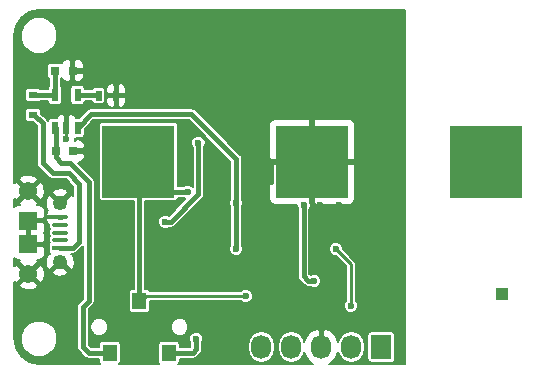
<source format=gbl>
G04 #@! TF.FileFunction,Copper,L2,Bot,Signal*
%FSLAX46Y46*%
G04 Gerber Fmt 4.6, Leading zero omitted, Abs format (unit mm)*
G04 Created by KiCad (PCBNEW 4.0.2+dfsg1-stable) date Sun 14 May 2017 07:45:38 PM MDT*
%MOMM*%
G01*
G04 APERTURE LIST*
%ADD10C,0.100000*%
%ADD11R,6.096000X6.096000*%
%ADD12R,1.200000X1.400000*%
%ADD13R,1.550000X1.500000*%
%ADD14R,1.350000X0.400000*%
%ADD15O,1.350000X0.400000*%
%ADD16C,1.250000*%
%ADD17C,1.550000*%
%ADD18R,0.800000X0.750000*%
%ADD19R,0.800000X0.600000*%
%ADD20R,0.600000X1.100000*%
%ADD21R,1.727200X2.032000*%
%ADD22O,1.727200X2.032000*%
%ADD23R,0.500000X0.900000*%
%ADD24R,1.000000X1.000000*%
%ADD25C,0.600000*%
%ADD26C,0.250000*%
%ADD27C,0.400000*%
%ADD28C,0.200000*%
G04 APERTURE END LIST*
D10*
D11*
X198864000Y-104600000D03*
X184132000Y-104600000D03*
X169400000Y-104600000D03*
D12*
X172000000Y-120800000D03*
X167000000Y-120800000D03*
X169500000Y-116400000D03*
D13*
X160100000Y-109600000D03*
D14*
X162800000Y-111900000D03*
D15*
X162800000Y-111250000D03*
X162800000Y-110600000D03*
X162800000Y-109950000D03*
X162800000Y-109300000D03*
D16*
X162800000Y-113100000D03*
X162800000Y-108100000D03*
D17*
X160100000Y-114100000D03*
X160100000Y-107100000D03*
D13*
X160100000Y-111600000D03*
D18*
X162350000Y-96900000D03*
X163850000Y-96900000D03*
D19*
X160500000Y-98950000D03*
X160500000Y-100650000D03*
D20*
X164258252Y-101749617D03*
X163308252Y-101749617D03*
X162358252Y-101749617D03*
X162358252Y-98949617D03*
X164258252Y-98949617D03*
D21*
X189980000Y-120300000D03*
D22*
X187440000Y-120300000D03*
X184900000Y-120300000D03*
X182360000Y-120300000D03*
X179820000Y-120300000D03*
D18*
X162400000Y-103700000D03*
X163900000Y-103700000D03*
D23*
X166050000Y-99000000D03*
X167550000Y-99000000D03*
D24*
X200200000Y-115800000D03*
D25*
X173600000Y-107200000D03*
X178500000Y-116000000D03*
X167500000Y-97900000D03*
X164900000Y-96900000D03*
X163300000Y-102700000D03*
X164800000Y-103700000D03*
X186400000Y-108274990D03*
X184800000Y-108274990D03*
X187700000Y-104600000D03*
X180600000Y-106300000D03*
X184100000Y-101000000D03*
X182300000Y-117300000D03*
X182300000Y-115700000D03*
X176000000Y-118400000D03*
X172600000Y-111400000D03*
X171700000Y-109700000D03*
X183400000Y-108274990D03*
X184300000Y-114700000D03*
X174500000Y-103000000D03*
X177700000Y-108100000D03*
X177700000Y-112000000D03*
X174300000Y-119600000D03*
X187400000Y-116800000D03*
X186112421Y-112000000D03*
D26*
X178200000Y-116000000D02*
X178500000Y-116000000D01*
X178200000Y-116000000D02*
X170100000Y-116000000D01*
X170100000Y-116000000D02*
X169500000Y-116600000D01*
X169500000Y-116600000D02*
X169500000Y-116700000D01*
D27*
X173600000Y-107200000D02*
X171868000Y-107200000D01*
X171868000Y-107200000D02*
X169168000Y-104500000D01*
X169500000Y-116700000D02*
X169500000Y-104832000D01*
X169500000Y-104832000D02*
X169168000Y-104500000D01*
X167550000Y-99000000D02*
X167550000Y-97950000D01*
X167550000Y-97950000D02*
X167500000Y-97900000D01*
X163850000Y-96900000D02*
X164900000Y-96900000D01*
D26*
X163308252Y-101749617D02*
X163308252Y-102691748D01*
X163308252Y-102691748D02*
X163300000Y-102700000D01*
X163900000Y-103700000D02*
X164800000Y-103700000D01*
D27*
X184132000Y-104600000D02*
X187700000Y-104600000D01*
X184132000Y-104600000D02*
X180684000Y-104600000D01*
X180684000Y-104600000D02*
X180600000Y-104684000D01*
X180600000Y-104684000D02*
X180600000Y-106300000D01*
X184132000Y-104600000D02*
X184132000Y-101032000D01*
X184132000Y-101032000D02*
X184100000Y-101000000D01*
X174500000Y-107336002D02*
X172136002Y-109700000D01*
X172136002Y-109700000D02*
X171700000Y-109700000D01*
X174500000Y-107336002D02*
X174500000Y-103424264D01*
X174500000Y-103424264D02*
X174500000Y-103000000D01*
X183800000Y-114700000D02*
X183400000Y-114300000D01*
X183400000Y-114300000D02*
X183400000Y-108274990D01*
X184300000Y-114700000D02*
X183800000Y-114700000D01*
X160500000Y-98950000D02*
X162357869Y-98950000D01*
X162357869Y-98950000D02*
X162358252Y-98949617D01*
X162350000Y-96900000D02*
X162350000Y-98941365D01*
X162350000Y-98941365D02*
X162358252Y-98949617D01*
X162400000Y-103700000D02*
X162400000Y-104200000D01*
X162400000Y-104200000D02*
X162900000Y-104700000D01*
X165200000Y-106300000D02*
X165200000Y-116400000D01*
X162900000Y-104700000D02*
X163600000Y-104700000D01*
X163600000Y-104700000D02*
X165200000Y-106300000D01*
X165200000Y-116400000D02*
X164700000Y-116900000D01*
X164700000Y-116900000D02*
X164700000Y-120300000D01*
X164700000Y-120300000D02*
X165200000Y-120800000D01*
X165200000Y-120800000D02*
X166700000Y-120800000D01*
X166700000Y-120800000D02*
X167000000Y-121100000D01*
X162400000Y-103700000D02*
X162400000Y-101791365D01*
X162400000Y-101791365D02*
X162358252Y-101749617D01*
X162800000Y-111900000D02*
X163875000Y-111900000D01*
X163875000Y-111900000D02*
X164400000Y-111375000D01*
X164400000Y-111375000D02*
X164400000Y-106500000D01*
X164400000Y-106500000D02*
X163500000Y-105600000D01*
X163500000Y-105600000D02*
X162200000Y-105600000D01*
X161300000Y-104700000D02*
X161300000Y-101350000D01*
X162200000Y-105600000D02*
X161300000Y-104700000D01*
X161300000Y-101350000D02*
X160600000Y-100650000D01*
X160600000Y-100650000D02*
X160500000Y-100650000D01*
X177700000Y-108100000D02*
X177700000Y-104400000D01*
X177700000Y-104400000D02*
X173900000Y-100600000D01*
X165400000Y-100600000D02*
X164258252Y-101741748D01*
X173900000Y-100600000D02*
X165400000Y-100600000D01*
X164258252Y-101741748D02*
X164258252Y-101749617D01*
X177700000Y-112000000D02*
X177700000Y-108100000D01*
X174300000Y-119600000D02*
X174300000Y-120500000D01*
X174300000Y-120500000D02*
X174000000Y-120800000D01*
X174000000Y-120800000D02*
X172000000Y-120800000D01*
X172300000Y-121100000D02*
X172000000Y-120800000D01*
D26*
X187400000Y-113287579D02*
X187400000Y-116800000D01*
X187400000Y-113287579D02*
X186112421Y-112000000D01*
D27*
X164258252Y-98949617D02*
X165999617Y-98949617D01*
X165999617Y-98949617D02*
X166050000Y-99000000D01*
D28*
G36*
X192000000Y-121725000D02*
X185573746Y-121725000D01*
X185762297Y-121635167D01*
X186149284Y-121215147D01*
X186326796Y-120731538D01*
X186364974Y-120923472D01*
X186617211Y-121300971D01*
X186994710Y-121553208D01*
X187440000Y-121641782D01*
X187885290Y-121553208D01*
X188262789Y-121300971D01*
X188515026Y-120923472D01*
X188603600Y-120478182D01*
X188603600Y-120121818D01*
X188515026Y-119676528D01*
X188262789Y-119299029D01*
X188240297Y-119284000D01*
X188810523Y-119284000D01*
X188810523Y-121316000D01*
X188831442Y-121427173D01*
X188897145Y-121529279D01*
X188997397Y-121597778D01*
X189116400Y-121621877D01*
X190843600Y-121621877D01*
X190954773Y-121600958D01*
X191056879Y-121535255D01*
X191125378Y-121435003D01*
X191149477Y-121316000D01*
X191149477Y-119284000D01*
X191128558Y-119172827D01*
X191062855Y-119070721D01*
X190962603Y-119002222D01*
X190843600Y-118978123D01*
X189116400Y-118978123D01*
X189005227Y-118999042D01*
X188903121Y-119064745D01*
X188834622Y-119164997D01*
X188810523Y-119284000D01*
X188240297Y-119284000D01*
X187885290Y-119046792D01*
X187440000Y-118958218D01*
X186994710Y-119046792D01*
X186617211Y-119299029D01*
X186364974Y-119676528D01*
X186326796Y-119868462D01*
X186149284Y-119384853D01*
X185762297Y-118964833D01*
X185275905Y-118733097D01*
X185050000Y-118842592D01*
X185050000Y-120150000D01*
X185070000Y-120150000D01*
X185070000Y-120450000D01*
X185050000Y-120450000D01*
X185050000Y-120470000D01*
X184750000Y-120470000D01*
X184750000Y-120450000D01*
X184730000Y-120450000D01*
X184730000Y-120150000D01*
X184750000Y-120150000D01*
X184750000Y-118842592D01*
X184524095Y-118733097D01*
X184037703Y-118964833D01*
X183650716Y-119384853D01*
X183473204Y-119868462D01*
X183435026Y-119676528D01*
X183182789Y-119299029D01*
X182805290Y-119046792D01*
X182360000Y-118958218D01*
X181914710Y-119046792D01*
X181537211Y-119299029D01*
X181284974Y-119676528D01*
X181196400Y-120121818D01*
X181196400Y-120478182D01*
X181284974Y-120923472D01*
X181537211Y-121300971D01*
X181914710Y-121553208D01*
X182360000Y-121641782D01*
X182805290Y-121553208D01*
X183182789Y-121300971D01*
X183435026Y-120923472D01*
X183473204Y-120731538D01*
X183650716Y-121215147D01*
X184037703Y-121635167D01*
X184226254Y-121725000D01*
X172804351Y-121725000D01*
X172813279Y-121719255D01*
X172881778Y-121619003D01*
X172905877Y-121500000D01*
X172905877Y-121300000D01*
X174000000Y-121300000D01*
X174191342Y-121261940D01*
X174353553Y-121153553D01*
X174653553Y-120853553D01*
X174761940Y-120691342D01*
X174764394Y-120679006D01*
X174800000Y-120500000D01*
X174800000Y-120121818D01*
X178656400Y-120121818D01*
X178656400Y-120478182D01*
X178744974Y-120923472D01*
X178997211Y-121300971D01*
X179374710Y-121553208D01*
X179820000Y-121641782D01*
X180265290Y-121553208D01*
X180642789Y-121300971D01*
X180895026Y-120923472D01*
X180983600Y-120478182D01*
X180983600Y-120121818D01*
X180895026Y-119676528D01*
X180642789Y-119299029D01*
X180265290Y-119046792D01*
X179820000Y-118958218D01*
X179374710Y-119046792D01*
X178997211Y-119299029D01*
X178744974Y-119676528D01*
X178656400Y-120121818D01*
X174800000Y-120121818D01*
X174800000Y-119948661D01*
X174808359Y-119940317D01*
X174899896Y-119719871D01*
X174900104Y-119481176D01*
X174808952Y-119260571D01*
X174640317Y-119091641D01*
X174419871Y-119000104D01*
X174181176Y-118999896D01*
X173960571Y-119091048D01*
X173791641Y-119259683D01*
X173700104Y-119480129D01*
X173699896Y-119718824D01*
X173791048Y-119939429D01*
X173800000Y-119948397D01*
X173800000Y-120292894D01*
X173792894Y-120300000D01*
X172905877Y-120300000D01*
X172905877Y-120100000D01*
X172884958Y-119988827D01*
X172819255Y-119886721D01*
X172719003Y-119818222D01*
X172600000Y-119794123D01*
X171400000Y-119794123D01*
X171288827Y-119815042D01*
X171186721Y-119880745D01*
X171118222Y-119980997D01*
X171094123Y-120100000D01*
X171094123Y-121500000D01*
X171115042Y-121611173D01*
X171180745Y-121713279D01*
X171197899Y-121725000D01*
X167804351Y-121725000D01*
X167813279Y-121719255D01*
X167881778Y-121619003D01*
X167905877Y-121500000D01*
X167905877Y-120100000D01*
X167884958Y-119988827D01*
X167819255Y-119886721D01*
X167719003Y-119818222D01*
X167600000Y-119794123D01*
X166400000Y-119794123D01*
X166288827Y-119815042D01*
X166186721Y-119880745D01*
X166118222Y-119980997D01*
X166094123Y-120100000D01*
X166094123Y-120300000D01*
X165407107Y-120300000D01*
X165200000Y-120092894D01*
X165200000Y-118748530D01*
X165349870Y-118748530D01*
X165463811Y-119024286D01*
X165674605Y-119235448D01*
X165950161Y-119349869D01*
X166248530Y-119350130D01*
X166524286Y-119236189D01*
X166735448Y-119025395D01*
X166849869Y-118749839D01*
X166849870Y-118748530D01*
X172149870Y-118748530D01*
X172263811Y-119024286D01*
X172474605Y-119235448D01*
X172750161Y-119349869D01*
X173048530Y-119350130D01*
X173324286Y-119236189D01*
X173535448Y-119025395D01*
X173649869Y-118749839D01*
X173650130Y-118451470D01*
X173536189Y-118175714D01*
X173325395Y-117964552D01*
X173049839Y-117850131D01*
X172751470Y-117849870D01*
X172475714Y-117963811D01*
X172264552Y-118174605D01*
X172150131Y-118450161D01*
X172149870Y-118748530D01*
X166849870Y-118748530D01*
X166850130Y-118451470D01*
X166736189Y-118175714D01*
X166525395Y-117964552D01*
X166249839Y-117850131D01*
X165951470Y-117849870D01*
X165675714Y-117963811D01*
X165464552Y-118174605D01*
X165350131Y-118450161D01*
X165349870Y-118748530D01*
X165200000Y-118748530D01*
X165200000Y-117107106D01*
X165553554Y-116753553D01*
X165661940Y-116591342D01*
X165700000Y-116400000D01*
X165700000Y-106300000D01*
X165661940Y-106108658D01*
X165618526Y-106043686D01*
X165553554Y-105946447D01*
X164282106Y-104675000D01*
X164419347Y-104675000D01*
X164639872Y-104583656D01*
X164808655Y-104414873D01*
X164900000Y-104194348D01*
X164900000Y-104000000D01*
X164750000Y-103850000D01*
X164050000Y-103850000D01*
X164050000Y-103870000D01*
X163750000Y-103870000D01*
X163750000Y-103850000D01*
X163730000Y-103850000D01*
X163730000Y-103550000D01*
X163750000Y-103550000D01*
X163750000Y-103530000D01*
X164050000Y-103530000D01*
X164050000Y-103550000D01*
X164750000Y-103550000D01*
X164900000Y-103400000D01*
X164900000Y-103205652D01*
X164808655Y-102985127D01*
X164639872Y-102816344D01*
X164419347Y-102725000D01*
X164200000Y-102725000D01*
X164050002Y-102874998D01*
X164050002Y-102725000D01*
X164031397Y-102725000D01*
X164116908Y-102639489D01*
X164130989Y-102605494D01*
X164558252Y-102605494D01*
X164669425Y-102584575D01*
X164771531Y-102518872D01*
X164840030Y-102418620D01*
X164864129Y-102299617D01*
X164864129Y-101842977D01*
X165155106Y-101552000D01*
X166046123Y-101552000D01*
X166046123Y-107648000D01*
X166067042Y-107759173D01*
X166132745Y-107861279D01*
X166232997Y-107929778D01*
X166352000Y-107953877D01*
X169000000Y-107953877D01*
X169000000Y-115394123D01*
X168900000Y-115394123D01*
X168788827Y-115415042D01*
X168686721Y-115480745D01*
X168618222Y-115580997D01*
X168594123Y-115700000D01*
X168594123Y-117100000D01*
X168615042Y-117211173D01*
X168680745Y-117313279D01*
X168780997Y-117381778D01*
X168900000Y-117405877D01*
X170100000Y-117405877D01*
X170211173Y-117384958D01*
X170313279Y-117319255D01*
X170381778Y-117219003D01*
X170405877Y-117100000D01*
X170405877Y-116425000D01*
X178076470Y-116425000D01*
X178159683Y-116508359D01*
X178380129Y-116599896D01*
X178618824Y-116600104D01*
X178839429Y-116508952D01*
X179008359Y-116340317D01*
X179099896Y-116119871D01*
X179100104Y-115881176D01*
X179008952Y-115660571D01*
X178840317Y-115491641D01*
X178619871Y-115400104D01*
X178381176Y-115399896D01*
X178160571Y-115491048D01*
X178076472Y-115575000D01*
X170376061Y-115575000D01*
X170319255Y-115486721D01*
X170219003Y-115418222D01*
X170100000Y-115394123D01*
X170000000Y-115394123D01*
X170000000Y-107953877D01*
X172448000Y-107953877D01*
X172559173Y-107932958D01*
X172661279Y-107867255D01*
X172729778Y-107767003D01*
X172743347Y-107700000D01*
X173251339Y-107700000D01*
X173259683Y-107708359D01*
X173373342Y-107755554D01*
X171967494Y-109161402D01*
X171819871Y-109100104D01*
X171581176Y-109099896D01*
X171360571Y-109191048D01*
X171191641Y-109359683D01*
X171100104Y-109580129D01*
X171099896Y-109818824D01*
X171191048Y-110039429D01*
X171359683Y-110208359D01*
X171580129Y-110299896D01*
X171818824Y-110300104D01*
X172039429Y-110208952D01*
X172048397Y-110200000D01*
X172136002Y-110200000D01*
X172327344Y-110161940D01*
X172489555Y-110053553D01*
X174853553Y-107689555D01*
X174961940Y-107527344D01*
X174974101Y-107466206D01*
X175000000Y-107336002D01*
X175000000Y-103348661D01*
X175008359Y-103340317D01*
X175099896Y-103119871D01*
X175100104Y-102881176D01*
X175008952Y-102660571D01*
X174840317Y-102491641D01*
X174619871Y-102400104D01*
X174381176Y-102399896D01*
X174160571Y-102491048D01*
X173991641Y-102659683D01*
X173900104Y-102880129D01*
X173899896Y-103118824D01*
X173991048Y-103339429D01*
X174000000Y-103348397D01*
X174000000Y-106751428D01*
X173940317Y-106691641D01*
X173719871Y-106600104D01*
X173481176Y-106599896D01*
X173260571Y-106691048D01*
X173251603Y-106700000D01*
X172753877Y-106700000D01*
X172753877Y-101552000D01*
X172732958Y-101440827D01*
X172667255Y-101338721D01*
X172567003Y-101270222D01*
X172448000Y-101246123D01*
X166352000Y-101246123D01*
X166240827Y-101267042D01*
X166138721Y-101332745D01*
X166070222Y-101432997D01*
X166046123Y-101552000D01*
X165155106Y-101552000D01*
X165607107Y-101100000D01*
X173692894Y-101100000D01*
X177200000Y-104607107D01*
X177200000Y-107751339D01*
X177191641Y-107759683D01*
X177100104Y-107980129D01*
X177099896Y-108218824D01*
X177191048Y-108439429D01*
X177200000Y-108448397D01*
X177200000Y-111651339D01*
X177191641Y-111659683D01*
X177100104Y-111880129D01*
X177099896Y-112118824D01*
X177191048Y-112339429D01*
X177359683Y-112508359D01*
X177580129Y-112599896D01*
X177818824Y-112600104D01*
X178039429Y-112508952D01*
X178208359Y-112340317D01*
X178299896Y-112119871D01*
X178300104Y-111881176D01*
X178208952Y-111660571D01*
X178200000Y-111651603D01*
X178200000Y-108448661D01*
X178208359Y-108440317D01*
X178299896Y-108219871D01*
X178300104Y-107981176D01*
X178208952Y-107760571D01*
X178200000Y-107751603D01*
X178200000Y-104900000D01*
X180484000Y-104900000D01*
X180484000Y-107767348D01*
X180575345Y-107987873D01*
X180744128Y-108156656D01*
X180964653Y-108248000D01*
X182800023Y-108248000D01*
X182799896Y-108393814D01*
X182891048Y-108614419D01*
X182900000Y-108623387D01*
X182900000Y-114300000D01*
X182933060Y-114466206D01*
X182938060Y-114491342D01*
X183046447Y-114653553D01*
X183446446Y-115053553D01*
X183493423Y-115084942D01*
X183608658Y-115161940D01*
X183800000Y-115200000D01*
X183951339Y-115200000D01*
X183959683Y-115208359D01*
X184180129Y-115299896D01*
X184418824Y-115300104D01*
X184639429Y-115208952D01*
X184808359Y-115040317D01*
X184899896Y-114819871D01*
X184900104Y-114581176D01*
X184808952Y-114360571D01*
X184640317Y-114191641D01*
X184419871Y-114100104D01*
X184181176Y-114099896D01*
X183987166Y-114180059D01*
X183900000Y-114092894D01*
X183900000Y-112118824D01*
X185512317Y-112118824D01*
X185603469Y-112339429D01*
X185772104Y-112508359D01*
X185992550Y-112599896D01*
X186111380Y-112600000D01*
X186975000Y-113463620D01*
X186975000Y-116376470D01*
X186891641Y-116459683D01*
X186800104Y-116680129D01*
X186799896Y-116918824D01*
X186891048Y-117139429D01*
X187059683Y-117308359D01*
X187280129Y-117399896D01*
X187518824Y-117400104D01*
X187739429Y-117308952D01*
X187908359Y-117140317D01*
X187999896Y-116919871D01*
X188000104Y-116681176D01*
X187908952Y-116460571D01*
X187825000Y-116376472D01*
X187825000Y-113287579D01*
X187792649Y-113124938D01*
X187700521Y-112987059D01*
X186712422Y-111998961D01*
X186712525Y-111881176D01*
X186621373Y-111660571D01*
X186452738Y-111491641D01*
X186232292Y-111400104D01*
X185993597Y-111399896D01*
X185772992Y-111491048D01*
X185604062Y-111659683D01*
X185512525Y-111880129D01*
X185512317Y-112118824D01*
X183900000Y-112118824D01*
X183900000Y-108623651D01*
X183908359Y-108615307D01*
X183999896Y-108394861D01*
X184000104Y-108156166D01*
X183977804Y-108102196D01*
X183982000Y-108098000D01*
X183982000Y-104750000D01*
X184282000Y-104750000D01*
X184282000Y-108098000D01*
X184432000Y-108248000D01*
X187299347Y-108248000D01*
X187519872Y-108156656D01*
X187688655Y-107987873D01*
X187780000Y-107767348D01*
X187780000Y-104900000D01*
X187630000Y-104750000D01*
X184282000Y-104750000D01*
X183982000Y-104750000D01*
X180634000Y-104750000D01*
X180484000Y-104900000D01*
X178200000Y-104900000D01*
X178200000Y-104400000D01*
X178161940Y-104208658D01*
X178072632Y-104075000D01*
X178053554Y-104046447D01*
X175439759Y-101432652D01*
X180484000Y-101432652D01*
X180484000Y-104300000D01*
X180634000Y-104450000D01*
X183982000Y-104450000D01*
X183982000Y-101102000D01*
X184282000Y-101102000D01*
X184282000Y-104450000D01*
X187630000Y-104450000D01*
X187780000Y-104300000D01*
X187780000Y-101432652D01*
X187688655Y-101212127D01*
X187519872Y-101043344D01*
X187299347Y-100952000D01*
X184432000Y-100952000D01*
X184282000Y-101102000D01*
X183982000Y-101102000D01*
X183832000Y-100952000D01*
X180964653Y-100952000D01*
X180744128Y-101043344D01*
X180575345Y-101212127D01*
X180484000Y-101432652D01*
X175439759Y-101432652D01*
X174253553Y-100246447D01*
X174091342Y-100138060D01*
X174084610Y-100136721D01*
X173900000Y-100100000D01*
X165400000Y-100100000D01*
X165208658Y-100138060D01*
X165143686Y-100181474D01*
X165046447Y-100246446D01*
X164399154Y-100893740D01*
X164130989Y-100893740D01*
X164116908Y-100859745D01*
X163948125Y-100690962D01*
X163727600Y-100599617D01*
X163608252Y-100599617D01*
X163458252Y-100749617D01*
X163458252Y-101599617D01*
X163478252Y-101599617D01*
X163478252Y-101899617D01*
X163458252Y-101899617D01*
X163458252Y-101919617D01*
X163158252Y-101919617D01*
X163158252Y-101899617D01*
X163138252Y-101899617D01*
X163138252Y-101599617D01*
X163158252Y-101599617D01*
X163158252Y-100749617D01*
X163008252Y-100599617D01*
X162888904Y-100599617D01*
X162668379Y-100690962D01*
X162499596Y-100859745D01*
X162485515Y-100893740D01*
X162058252Y-100893740D01*
X161947079Y-100914659D01*
X161844973Y-100980362D01*
X161776474Y-101080614D01*
X161760965Y-101157199D01*
X161709792Y-101080614D01*
X161653553Y-100996446D01*
X161205877Y-100548771D01*
X161205877Y-100350000D01*
X161184958Y-100238827D01*
X161119255Y-100136721D01*
X161019003Y-100068222D01*
X160900000Y-100044123D01*
X160100000Y-100044123D01*
X159988827Y-100065042D01*
X159886721Y-100130745D01*
X159818222Y-100230997D01*
X159794123Y-100350000D01*
X159794123Y-100950000D01*
X159815042Y-101061173D01*
X159880745Y-101163279D01*
X159980997Y-101231778D01*
X160100000Y-101255877D01*
X160498771Y-101255877D01*
X160800000Y-101557107D01*
X160800000Y-104700000D01*
X160832212Y-104861940D01*
X160838060Y-104891342D01*
X160946447Y-105053553D01*
X161846446Y-105953553D01*
X161915959Y-106000000D01*
X162008658Y-106061940D01*
X162200000Y-106100000D01*
X163292894Y-106100000D01*
X163900000Y-106707107D01*
X163900000Y-107513488D01*
X163891316Y-107492523D01*
X163675903Y-107436229D01*
X163012132Y-108100000D01*
X163026275Y-108114143D01*
X162814143Y-108326275D01*
X162800000Y-108312132D01*
X162785858Y-108326275D01*
X162573726Y-108114143D01*
X162587868Y-108100000D01*
X161924097Y-107436229D01*
X161708684Y-107492523D01*
X161559284Y-107956393D01*
X161598772Y-108442126D01*
X161708684Y-108707477D01*
X161772153Y-108724063D01*
X161653248Y-108840381D01*
X161556691Y-109077065D01*
X161682738Y-109200000D01*
X162219486Y-109200000D01*
X162656393Y-109340716D01*
X162970000Y-109315221D01*
X162970000Y-109400000D01*
X162950000Y-109400000D01*
X162950000Y-109450000D01*
X162650000Y-109450000D01*
X162650000Y-109400000D01*
X161682738Y-109400000D01*
X161556691Y-109522935D01*
X161653248Y-109759619D01*
X161812735Y-109915635D01*
X161805899Y-109950000D01*
X161843959Y-110141342D01*
X161933267Y-110275000D01*
X161843959Y-110408658D01*
X161805899Y-110600000D01*
X161843959Y-110791342D01*
X161933267Y-110925000D01*
X161843959Y-111058658D01*
X161805899Y-111250000D01*
X161843959Y-111441342D01*
X161890773Y-111511403D01*
X161843222Y-111580997D01*
X161819123Y-111700000D01*
X161819123Y-112100000D01*
X161840042Y-112211173D01*
X161873402Y-112263017D01*
X161812142Y-112324277D01*
X161924095Y-112436230D01*
X161708684Y-112492523D01*
X161559284Y-112956393D01*
X161598772Y-113442126D01*
X161708684Y-113707477D01*
X161924097Y-113763771D01*
X162587868Y-113100000D01*
X162573726Y-113085858D01*
X162785858Y-112873726D01*
X162800000Y-112887868D01*
X162814143Y-112873726D01*
X163026275Y-113085858D01*
X163012132Y-113100000D01*
X163675903Y-113763771D01*
X163891316Y-113707477D01*
X164040716Y-113243607D01*
X164001228Y-112757874D01*
X163891316Y-112492523D01*
X163675905Y-112436230D01*
X163712135Y-112400000D01*
X163875000Y-112400000D01*
X164066342Y-112361940D01*
X164228553Y-112253553D01*
X164700000Y-111782106D01*
X164700000Y-116192893D01*
X164346447Y-116546447D01*
X164238060Y-116708658D01*
X164200000Y-116900000D01*
X164200000Y-120300000D01*
X164229130Y-120446447D01*
X164238060Y-120491342D01*
X164346447Y-120653553D01*
X164846447Y-121153554D01*
X165008658Y-121261940D01*
X165200000Y-121300000D01*
X166094123Y-121300000D01*
X166094123Y-121500000D01*
X166115042Y-121611173D01*
X166180745Y-121713279D01*
X166197899Y-121725000D01*
X161036932Y-121725000D01*
X160189610Y-121556457D01*
X159502593Y-121097407D01*
X159043544Y-120410392D01*
X158943405Y-119906961D01*
X159449732Y-119906961D01*
X159685208Y-120476857D01*
X160120849Y-120913260D01*
X160690333Y-121149730D01*
X161306961Y-121150268D01*
X161876857Y-120914792D01*
X162313260Y-120479151D01*
X162549730Y-119909667D01*
X162550268Y-119293039D01*
X162314792Y-118723143D01*
X161879151Y-118286740D01*
X161309667Y-118050270D01*
X160693039Y-118049732D01*
X160123143Y-118285208D01*
X159686740Y-118720849D01*
X159450270Y-119290333D01*
X159449732Y-119906961D01*
X158943405Y-119906961D01*
X158875000Y-119563068D01*
X158875000Y-115084942D01*
X159327190Y-115084942D01*
X159402045Y-115315849D01*
X159920459Y-115490394D01*
X160466206Y-115453264D01*
X160797955Y-115315849D01*
X160872810Y-115084942D01*
X160100000Y-114312132D01*
X159327190Y-115084942D01*
X158875000Y-115084942D01*
X158875000Y-114775863D01*
X158884151Y-114797955D01*
X159115058Y-114872810D01*
X159887868Y-114100000D01*
X160312132Y-114100000D01*
X161084942Y-114872810D01*
X161315849Y-114797955D01*
X161490394Y-114279541D01*
X161469736Y-113975903D01*
X162136229Y-113975903D01*
X162192523Y-114191316D01*
X162656393Y-114340716D01*
X163142126Y-114301228D01*
X163407477Y-114191316D01*
X163463771Y-113975903D01*
X162800000Y-113312132D01*
X162136229Y-113975903D01*
X161469736Y-113975903D01*
X161453264Y-113733794D01*
X161315849Y-113402045D01*
X161084942Y-113327190D01*
X160312132Y-114100000D01*
X159887868Y-114100000D01*
X159115058Y-113327190D01*
X158884151Y-113402045D01*
X158875000Y-113429224D01*
X158875000Y-112748528D01*
X158985127Y-112858655D01*
X159205652Y-112950000D01*
X159380698Y-112950000D01*
X159327190Y-113115058D01*
X160100000Y-113887868D01*
X160872810Y-113115058D01*
X160819302Y-112950000D01*
X160994348Y-112950000D01*
X161214873Y-112858655D01*
X161383656Y-112689872D01*
X161475000Y-112469347D01*
X161475000Y-111900000D01*
X161325000Y-111750000D01*
X160250000Y-111750000D01*
X160250000Y-111770000D01*
X159950000Y-111770000D01*
X159950000Y-111750000D01*
X159930000Y-111750000D01*
X159930000Y-111450000D01*
X159950000Y-111450000D01*
X159950000Y-109750000D01*
X160250000Y-109750000D01*
X160250000Y-111450000D01*
X161325000Y-111450000D01*
X161475000Y-111300000D01*
X161475000Y-110730653D01*
X161420882Y-110600000D01*
X161475000Y-110469347D01*
X161475000Y-109900000D01*
X161325000Y-109750000D01*
X160250000Y-109750000D01*
X159950000Y-109750000D01*
X159930000Y-109750000D01*
X159930000Y-109450000D01*
X159950000Y-109450000D01*
X159950000Y-109430000D01*
X160250000Y-109430000D01*
X160250000Y-109450000D01*
X161325000Y-109450000D01*
X161475000Y-109300000D01*
X161475000Y-108730653D01*
X161383656Y-108510128D01*
X161214873Y-108341345D01*
X160994348Y-108250000D01*
X160819302Y-108250000D01*
X160872810Y-108084942D01*
X160100000Y-107312132D01*
X159327190Y-108084942D01*
X159380698Y-108250000D01*
X159205652Y-108250000D01*
X158985127Y-108341345D01*
X158875000Y-108451472D01*
X158875000Y-107775863D01*
X158884151Y-107797955D01*
X159115058Y-107872810D01*
X159887868Y-107100000D01*
X160312132Y-107100000D01*
X161084942Y-107872810D01*
X161315849Y-107797955D01*
X161490394Y-107279541D01*
X161486622Y-107224097D01*
X162136229Y-107224097D01*
X162800000Y-107887868D01*
X163463771Y-107224097D01*
X163407477Y-107008684D01*
X162943607Y-106859284D01*
X162457874Y-106898772D01*
X162192523Y-107008684D01*
X162136229Y-107224097D01*
X161486622Y-107224097D01*
X161453264Y-106733794D01*
X161315849Y-106402045D01*
X161084942Y-106327190D01*
X160312132Y-107100000D01*
X159887868Y-107100000D01*
X159115058Y-106327190D01*
X158884151Y-106402045D01*
X158875000Y-106429224D01*
X158875000Y-106115058D01*
X159327190Y-106115058D01*
X160100000Y-106887868D01*
X160872810Y-106115058D01*
X160797955Y-105884151D01*
X160279541Y-105709606D01*
X159733794Y-105746736D01*
X159402045Y-105884151D01*
X159327190Y-106115058D01*
X158875000Y-106115058D01*
X158875000Y-98650000D01*
X159794123Y-98650000D01*
X159794123Y-99250000D01*
X159815042Y-99361173D01*
X159880745Y-99463279D01*
X159980997Y-99531778D01*
X160100000Y-99555877D01*
X160900000Y-99555877D01*
X161011173Y-99534958D01*
X161113279Y-99469255D01*
X161126435Y-99450000D01*
X161752375Y-99450000D01*
X161752375Y-99499617D01*
X161773294Y-99610790D01*
X161838997Y-99712896D01*
X161939249Y-99781395D01*
X162058252Y-99805494D01*
X162658252Y-99805494D01*
X162769425Y-99784575D01*
X162871531Y-99718872D01*
X162940030Y-99618620D01*
X162964129Y-99499617D01*
X162964129Y-98399617D01*
X163652375Y-98399617D01*
X163652375Y-99499617D01*
X163673294Y-99610790D01*
X163738997Y-99712896D01*
X163839249Y-99781395D01*
X163958252Y-99805494D01*
X164558252Y-99805494D01*
X164669425Y-99784575D01*
X164771531Y-99718872D01*
X164840030Y-99618620D01*
X164864129Y-99499617D01*
X164864129Y-99449617D01*
X165494123Y-99449617D01*
X165494123Y-99450000D01*
X165515042Y-99561173D01*
X165580745Y-99663279D01*
X165680997Y-99731778D01*
X165800000Y-99755877D01*
X166300000Y-99755877D01*
X166411173Y-99734958D01*
X166513279Y-99669255D01*
X166581778Y-99569003D01*
X166605877Y-99450000D01*
X166605877Y-99300000D01*
X166700000Y-99300000D01*
X166700000Y-99569348D01*
X166791345Y-99789873D01*
X166960128Y-99958656D01*
X167180653Y-100050000D01*
X167275000Y-100050000D01*
X167425000Y-99900000D01*
X167425000Y-99150000D01*
X167675000Y-99150000D01*
X167675000Y-99900000D01*
X167825000Y-100050000D01*
X167919347Y-100050000D01*
X168139872Y-99958656D01*
X168308655Y-99789873D01*
X168400000Y-99569348D01*
X168400000Y-99300000D01*
X168250000Y-99150000D01*
X167675000Y-99150000D01*
X167425000Y-99150000D01*
X166850000Y-99150000D01*
X166700000Y-99300000D01*
X166605877Y-99300000D01*
X166605877Y-98550000D01*
X166584958Y-98438827D01*
X166579698Y-98430652D01*
X166700000Y-98430652D01*
X166700000Y-98700000D01*
X166850000Y-98850000D01*
X167425000Y-98850000D01*
X167425000Y-98100000D01*
X167675000Y-98100000D01*
X167675000Y-98850000D01*
X168250000Y-98850000D01*
X168400000Y-98700000D01*
X168400000Y-98430652D01*
X168308655Y-98210127D01*
X168139872Y-98041344D01*
X167919347Y-97950000D01*
X167825000Y-97950000D01*
X167675000Y-98100000D01*
X167425000Y-98100000D01*
X167275000Y-97950000D01*
X167180653Y-97950000D01*
X166960128Y-98041344D01*
X166791345Y-98210127D01*
X166700000Y-98430652D01*
X166579698Y-98430652D01*
X166519255Y-98336721D01*
X166419003Y-98268222D01*
X166300000Y-98244123D01*
X165800000Y-98244123D01*
X165688827Y-98265042D01*
X165586721Y-98330745D01*
X165518222Y-98430997D01*
X165514451Y-98449617D01*
X164864129Y-98449617D01*
X164864129Y-98399617D01*
X164843210Y-98288444D01*
X164777507Y-98186338D01*
X164677255Y-98117839D01*
X164558252Y-98093740D01*
X163958252Y-98093740D01*
X163847079Y-98114659D01*
X163744973Y-98180362D01*
X163676474Y-98280614D01*
X163652375Y-98399617D01*
X162964129Y-98399617D01*
X162943210Y-98288444D01*
X162877507Y-98186338D01*
X162850000Y-98167543D01*
X162850000Y-97562060D01*
X162861173Y-97559958D01*
X162906513Y-97530782D01*
X162941345Y-97614873D01*
X163110128Y-97783656D01*
X163330653Y-97875000D01*
X163550000Y-97875000D01*
X163700000Y-97725000D01*
X163700000Y-97050000D01*
X164000000Y-97050000D01*
X164000000Y-97725000D01*
X164150000Y-97875000D01*
X164369347Y-97875000D01*
X164589872Y-97783656D01*
X164758655Y-97614873D01*
X164850000Y-97394348D01*
X164850000Y-97200000D01*
X164700000Y-97050000D01*
X164000000Y-97050000D01*
X163700000Y-97050000D01*
X163680000Y-97050000D01*
X163680000Y-96750000D01*
X163700000Y-96750000D01*
X163700000Y-96075000D01*
X164000000Y-96075000D01*
X164000000Y-96750000D01*
X164700000Y-96750000D01*
X164850000Y-96600000D01*
X164850000Y-96405652D01*
X164758655Y-96185127D01*
X164589872Y-96016344D01*
X164369347Y-95925000D01*
X164150000Y-95925000D01*
X164000000Y-96075000D01*
X163700000Y-96075000D01*
X163550000Y-95925000D01*
X163330653Y-95925000D01*
X163110128Y-96016344D01*
X162941345Y-96185127D01*
X162906631Y-96268932D01*
X162869003Y-96243222D01*
X162750000Y-96219123D01*
X161950000Y-96219123D01*
X161838827Y-96240042D01*
X161736721Y-96305745D01*
X161668222Y-96405997D01*
X161644123Y-96525000D01*
X161644123Y-97275000D01*
X161665042Y-97386173D01*
X161730745Y-97488279D01*
X161830997Y-97556778D01*
X161850000Y-97560626D01*
X161850000Y-98177127D01*
X161844973Y-98180362D01*
X161776474Y-98280614D01*
X161752375Y-98399617D01*
X161752375Y-98450000D01*
X161127800Y-98450000D01*
X161119255Y-98436721D01*
X161019003Y-98368222D01*
X160900000Y-98344123D01*
X160100000Y-98344123D01*
X159988827Y-98365042D01*
X159886721Y-98430745D01*
X159818222Y-98530997D01*
X159794123Y-98650000D01*
X158875000Y-98650000D01*
X158875000Y-94206961D01*
X159449732Y-94206961D01*
X159685208Y-94776857D01*
X160120849Y-95213260D01*
X160690333Y-95449730D01*
X161306961Y-95450268D01*
X161876857Y-95214792D01*
X162313260Y-94779151D01*
X162549730Y-94209667D01*
X162550268Y-93593039D01*
X162314792Y-93023143D01*
X161879151Y-92586740D01*
X161309667Y-92350270D01*
X160693039Y-92349732D01*
X160123143Y-92585208D01*
X159686740Y-93020849D01*
X159450270Y-93590333D01*
X159449732Y-94206961D01*
X158875000Y-94206961D01*
X158875000Y-93936932D01*
X159043544Y-93089608D01*
X159502593Y-92402593D01*
X160189610Y-91943543D01*
X161036932Y-91775000D01*
X192000000Y-91775000D01*
X192000000Y-121725000D01*
X192000000Y-121725000D01*
G37*
X192000000Y-121725000D02*
X185573746Y-121725000D01*
X185762297Y-121635167D01*
X186149284Y-121215147D01*
X186326796Y-120731538D01*
X186364974Y-120923472D01*
X186617211Y-121300971D01*
X186994710Y-121553208D01*
X187440000Y-121641782D01*
X187885290Y-121553208D01*
X188262789Y-121300971D01*
X188515026Y-120923472D01*
X188603600Y-120478182D01*
X188603600Y-120121818D01*
X188515026Y-119676528D01*
X188262789Y-119299029D01*
X188240297Y-119284000D01*
X188810523Y-119284000D01*
X188810523Y-121316000D01*
X188831442Y-121427173D01*
X188897145Y-121529279D01*
X188997397Y-121597778D01*
X189116400Y-121621877D01*
X190843600Y-121621877D01*
X190954773Y-121600958D01*
X191056879Y-121535255D01*
X191125378Y-121435003D01*
X191149477Y-121316000D01*
X191149477Y-119284000D01*
X191128558Y-119172827D01*
X191062855Y-119070721D01*
X190962603Y-119002222D01*
X190843600Y-118978123D01*
X189116400Y-118978123D01*
X189005227Y-118999042D01*
X188903121Y-119064745D01*
X188834622Y-119164997D01*
X188810523Y-119284000D01*
X188240297Y-119284000D01*
X187885290Y-119046792D01*
X187440000Y-118958218D01*
X186994710Y-119046792D01*
X186617211Y-119299029D01*
X186364974Y-119676528D01*
X186326796Y-119868462D01*
X186149284Y-119384853D01*
X185762297Y-118964833D01*
X185275905Y-118733097D01*
X185050000Y-118842592D01*
X185050000Y-120150000D01*
X185070000Y-120150000D01*
X185070000Y-120450000D01*
X185050000Y-120450000D01*
X185050000Y-120470000D01*
X184750000Y-120470000D01*
X184750000Y-120450000D01*
X184730000Y-120450000D01*
X184730000Y-120150000D01*
X184750000Y-120150000D01*
X184750000Y-118842592D01*
X184524095Y-118733097D01*
X184037703Y-118964833D01*
X183650716Y-119384853D01*
X183473204Y-119868462D01*
X183435026Y-119676528D01*
X183182789Y-119299029D01*
X182805290Y-119046792D01*
X182360000Y-118958218D01*
X181914710Y-119046792D01*
X181537211Y-119299029D01*
X181284974Y-119676528D01*
X181196400Y-120121818D01*
X181196400Y-120478182D01*
X181284974Y-120923472D01*
X181537211Y-121300971D01*
X181914710Y-121553208D01*
X182360000Y-121641782D01*
X182805290Y-121553208D01*
X183182789Y-121300971D01*
X183435026Y-120923472D01*
X183473204Y-120731538D01*
X183650716Y-121215147D01*
X184037703Y-121635167D01*
X184226254Y-121725000D01*
X172804351Y-121725000D01*
X172813279Y-121719255D01*
X172881778Y-121619003D01*
X172905877Y-121500000D01*
X172905877Y-121300000D01*
X174000000Y-121300000D01*
X174191342Y-121261940D01*
X174353553Y-121153553D01*
X174653553Y-120853553D01*
X174761940Y-120691342D01*
X174764394Y-120679006D01*
X174800000Y-120500000D01*
X174800000Y-120121818D01*
X178656400Y-120121818D01*
X178656400Y-120478182D01*
X178744974Y-120923472D01*
X178997211Y-121300971D01*
X179374710Y-121553208D01*
X179820000Y-121641782D01*
X180265290Y-121553208D01*
X180642789Y-121300971D01*
X180895026Y-120923472D01*
X180983600Y-120478182D01*
X180983600Y-120121818D01*
X180895026Y-119676528D01*
X180642789Y-119299029D01*
X180265290Y-119046792D01*
X179820000Y-118958218D01*
X179374710Y-119046792D01*
X178997211Y-119299029D01*
X178744974Y-119676528D01*
X178656400Y-120121818D01*
X174800000Y-120121818D01*
X174800000Y-119948661D01*
X174808359Y-119940317D01*
X174899896Y-119719871D01*
X174900104Y-119481176D01*
X174808952Y-119260571D01*
X174640317Y-119091641D01*
X174419871Y-119000104D01*
X174181176Y-118999896D01*
X173960571Y-119091048D01*
X173791641Y-119259683D01*
X173700104Y-119480129D01*
X173699896Y-119718824D01*
X173791048Y-119939429D01*
X173800000Y-119948397D01*
X173800000Y-120292894D01*
X173792894Y-120300000D01*
X172905877Y-120300000D01*
X172905877Y-120100000D01*
X172884958Y-119988827D01*
X172819255Y-119886721D01*
X172719003Y-119818222D01*
X172600000Y-119794123D01*
X171400000Y-119794123D01*
X171288827Y-119815042D01*
X171186721Y-119880745D01*
X171118222Y-119980997D01*
X171094123Y-120100000D01*
X171094123Y-121500000D01*
X171115042Y-121611173D01*
X171180745Y-121713279D01*
X171197899Y-121725000D01*
X167804351Y-121725000D01*
X167813279Y-121719255D01*
X167881778Y-121619003D01*
X167905877Y-121500000D01*
X167905877Y-120100000D01*
X167884958Y-119988827D01*
X167819255Y-119886721D01*
X167719003Y-119818222D01*
X167600000Y-119794123D01*
X166400000Y-119794123D01*
X166288827Y-119815042D01*
X166186721Y-119880745D01*
X166118222Y-119980997D01*
X166094123Y-120100000D01*
X166094123Y-120300000D01*
X165407107Y-120300000D01*
X165200000Y-120092894D01*
X165200000Y-118748530D01*
X165349870Y-118748530D01*
X165463811Y-119024286D01*
X165674605Y-119235448D01*
X165950161Y-119349869D01*
X166248530Y-119350130D01*
X166524286Y-119236189D01*
X166735448Y-119025395D01*
X166849869Y-118749839D01*
X166849870Y-118748530D01*
X172149870Y-118748530D01*
X172263811Y-119024286D01*
X172474605Y-119235448D01*
X172750161Y-119349869D01*
X173048530Y-119350130D01*
X173324286Y-119236189D01*
X173535448Y-119025395D01*
X173649869Y-118749839D01*
X173650130Y-118451470D01*
X173536189Y-118175714D01*
X173325395Y-117964552D01*
X173049839Y-117850131D01*
X172751470Y-117849870D01*
X172475714Y-117963811D01*
X172264552Y-118174605D01*
X172150131Y-118450161D01*
X172149870Y-118748530D01*
X166849870Y-118748530D01*
X166850130Y-118451470D01*
X166736189Y-118175714D01*
X166525395Y-117964552D01*
X166249839Y-117850131D01*
X165951470Y-117849870D01*
X165675714Y-117963811D01*
X165464552Y-118174605D01*
X165350131Y-118450161D01*
X165349870Y-118748530D01*
X165200000Y-118748530D01*
X165200000Y-117107106D01*
X165553554Y-116753553D01*
X165661940Y-116591342D01*
X165700000Y-116400000D01*
X165700000Y-106300000D01*
X165661940Y-106108658D01*
X165618526Y-106043686D01*
X165553554Y-105946447D01*
X164282106Y-104675000D01*
X164419347Y-104675000D01*
X164639872Y-104583656D01*
X164808655Y-104414873D01*
X164900000Y-104194348D01*
X164900000Y-104000000D01*
X164750000Y-103850000D01*
X164050000Y-103850000D01*
X164050000Y-103870000D01*
X163750000Y-103870000D01*
X163750000Y-103850000D01*
X163730000Y-103850000D01*
X163730000Y-103550000D01*
X163750000Y-103550000D01*
X163750000Y-103530000D01*
X164050000Y-103530000D01*
X164050000Y-103550000D01*
X164750000Y-103550000D01*
X164900000Y-103400000D01*
X164900000Y-103205652D01*
X164808655Y-102985127D01*
X164639872Y-102816344D01*
X164419347Y-102725000D01*
X164200000Y-102725000D01*
X164050002Y-102874998D01*
X164050002Y-102725000D01*
X164031397Y-102725000D01*
X164116908Y-102639489D01*
X164130989Y-102605494D01*
X164558252Y-102605494D01*
X164669425Y-102584575D01*
X164771531Y-102518872D01*
X164840030Y-102418620D01*
X164864129Y-102299617D01*
X164864129Y-101842977D01*
X165155106Y-101552000D01*
X166046123Y-101552000D01*
X166046123Y-107648000D01*
X166067042Y-107759173D01*
X166132745Y-107861279D01*
X166232997Y-107929778D01*
X166352000Y-107953877D01*
X169000000Y-107953877D01*
X169000000Y-115394123D01*
X168900000Y-115394123D01*
X168788827Y-115415042D01*
X168686721Y-115480745D01*
X168618222Y-115580997D01*
X168594123Y-115700000D01*
X168594123Y-117100000D01*
X168615042Y-117211173D01*
X168680745Y-117313279D01*
X168780997Y-117381778D01*
X168900000Y-117405877D01*
X170100000Y-117405877D01*
X170211173Y-117384958D01*
X170313279Y-117319255D01*
X170381778Y-117219003D01*
X170405877Y-117100000D01*
X170405877Y-116425000D01*
X178076470Y-116425000D01*
X178159683Y-116508359D01*
X178380129Y-116599896D01*
X178618824Y-116600104D01*
X178839429Y-116508952D01*
X179008359Y-116340317D01*
X179099896Y-116119871D01*
X179100104Y-115881176D01*
X179008952Y-115660571D01*
X178840317Y-115491641D01*
X178619871Y-115400104D01*
X178381176Y-115399896D01*
X178160571Y-115491048D01*
X178076472Y-115575000D01*
X170376061Y-115575000D01*
X170319255Y-115486721D01*
X170219003Y-115418222D01*
X170100000Y-115394123D01*
X170000000Y-115394123D01*
X170000000Y-107953877D01*
X172448000Y-107953877D01*
X172559173Y-107932958D01*
X172661279Y-107867255D01*
X172729778Y-107767003D01*
X172743347Y-107700000D01*
X173251339Y-107700000D01*
X173259683Y-107708359D01*
X173373342Y-107755554D01*
X171967494Y-109161402D01*
X171819871Y-109100104D01*
X171581176Y-109099896D01*
X171360571Y-109191048D01*
X171191641Y-109359683D01*
X171100104Y-109580129D01*
X171099896Y-109818824D01*
X171191048Y-110039429D01*
X171359683Y-110208359D01*
X171580129Y-110299896D01*
X171818824Y-110300104D01*
X172039429Y-110208952D01*
X172048397Y-110200000D01*
X172136002Y-110200000D01*
X172327344Y-110161940D01*
X172489555Y-110053553D01*
X174853553Y-107689555D01*
X174961940Y-107527344D01*
X174974101Y-107466206D01*
X175000000Y-107336002D01*
X175000000Y-103348661D01*
X175008359Y-103340317D01*
X175099896Y-103119871D01*
X175100104Y-102881176D01*
X175008952Y-102660571D01*
X174840317Y-102491641D01*
X174619871Y-102400104D01*
X174381176Y-102399896D01*
X174160571Y-102491048D01*
X173991641Y-102659683D01*
X173900104Y-102880129D01*
X173899896Y-103118824D01*
X173991048Y-103339429D01*
X174000000Y-103348397D01*
X174000000Y-106751428D01*
X173940317Y-106691641D01*
X173719871Y-106600104D01*
X173481176Y-106599896D01*
X173260571Y-106691048D01*
X173251603Y-106700000D01*
X172753877Y-106700000D01*
X172753877Y-101552000D01*
X172732958Y-101440827D01*
X172667255Y-101338721D01*
X172567003Y-101270222D01*
X172448000Y-101246123D01*
X166352000Y-101246123D01*
X166240827Y-101267042D01*
X166138721Y-101332745D01*
X166070222Y-101432997D01*
X166046123Y-101552000D01*
X165155106Y-101552000D01*
X165607107Y-101100000D01*
X173692894Y-101100000D01*
X177200000Y-104607107D01*
X177200000Y-107751339D01*
X177191641Y-107759683D01*
X177100104Y-107980129D01*
X177099896Y-108218824D01*
X177191048Y-108439429D01*
X177200000Y-108448397D01*
X177200000Y-111651339D01*
X177191641Y-111659683D01*
X177100104Y-111880129D01*
X177099896Y-112118824D01*
X177191048Y-112339429D01*
X177359683Y-112508359D01*
X177580129Y-112599896D01*
X177818824Y-112600104D01*
X178039429Y-112508952D01*
X178208359Y-112340317D01*
X178299896Y-112119871D01*
X178300104Y-111881176D01*
X178208952Y-111660571D01*
X178200000Y-111651603D01*
X178200000Y-108448661D01*
X178208359Y-108440317D01*
X178299896Y-108219871D01*
X178300104Y-107981176D01*
X178208952Y-107760571D01*
X178200000Y-107751603D01*
X178200000Y-104900000D01*
X180484000Y-104900000D01*
X180484000Y-107767348D01*
X180575345Y-107987873D01*
X180744128Y-108156656D01*
X180964653Y-108248000D01*
X182800023Y-108248000D01*
X182799896Y-108393814D01*
X182891048Y-108614419D01*
X182900000Y-108623387D01*
X182900000Y-114300000D01*
X182933060Y-114466206D01*
X182938060Y-114491342D01*
X183046447Y-114653553D01*
X183446446Y-115053553D01*
X183493423Y-115084942D01*
X183608658Y-115161940D01*
X183800000Y-115200000D01*
X183951339Y-115200000D01*
X183959683Y-115208359D01*
X184180129Y-115299896D01*
X184418824Y-115300104D01*
X184639429Y-115208952D01*
X184808359Y-115040317D01*
X184899896Y-114819871D01*
X184900104Y-114581176D01*
X184808952Y-114360571D01*
X184640317Y-114191641D01*
X184419871Y-114100104D01*
X184181176Y-114099896D01*
X183987166Y-114180059D01*
X183900000Y-114092894D01*
X183900000Y-112118824D01*
X185512317Y-112118824D01*
X185603469Y-112339429D01*
X185772104Y-112508359D01*
X185992550Y-112599896D01*
X186111380Y-112600000D01*
X186975000Y-113463620D01*
X186975000Y-116376470D01*
X186891641Y-116459683D01*
X186800104Y-116680129D01*
X186799896Y-116918824D01*
X186891048Y-117139429D01*
X187059683Y-117308359D01*
X187280129Y-117399896D01*
X187518824Y-117400104D01*
X187739429Y-117308952D01*
X187908359Y-117140317D01*
X187999896Y-116919871D01*
X188000104Y-116681176D01*
X187908952Y-116460571D01*
X187825000Y-116376472D01*
X187825000Y-113287579D01*
X187792649Y-113124938D01*
X187700521Y-112987059D01*
X186712422Y-111998961D01*
X186712525Y-111881176D01*
X186621373Y-111660571D01*
X186452738Y-111491641D01*
X186232292Y-111400104D01*
X185993597Y-111399896D01*
X185772992Y-111491048D01*
X185604062Y-111659683D01*
X185512525Y-111880129D01*
X185512317Y-112118824D01*
X183900000Y-112118824D01*
X183900000Y-108623651D01*
X183908359Y-108615307D01*
X183999896Y-108394861D01*
X184000104Y-108156166D01*
X183977804Y-108102196D01*
X183982000Y-108098000D01*
X183982000Y-104750000D01*
X184282000Y-104750000D01*
X184282000Y-108098000D01*
X184432000Y-108248000D01*
X187299347Y-108248000D01*
X187519872Y-108156656D01*
X187688655Y-107987873D01*
X187780000Y-107767348D01*
X187780000Y-104900000D01*
X187630000Y-104750000D01*
X184282000Y-104750000D01*
X183982000Y-104750000D01*
X180634000Y-104750000D01*
X180484000Y-104900000D01*
X178200000Y-104900000D01*
X178200000Y-104400000D01*
X178161940Y-104208658D01*
X178072632Y-104075000D01*
X178053554Y-104046447D01*
X175439759Y-101432652D01*
X180484000Y-101432652D01*
X180484000Y-104300000D01*
X180634000Y-104450000D01*
X183982000Y-104450000D01*
X183982000Y-101102000D01*
X184282000Y-101102000D01*
X184282000Y-104450000D01*
X187630000Y-104450000D01*
X187780000Y-104300000D01*
X187780000Y-101432652D01*
X187688655Y-101212127D01*
X187519872Y-101043344D01*
X187299347Y-100952000D01*
X184432000Y-100952000D01*
X184282000Y-101102000D01*
X183982000Y-101102000D01*
X183832000Y-100952000D01*
X180964653Y-100952000D01*
X180744128Y-101043344D01*
X180575345Y-101212127D01*
X180484000Y-101432652D01*
X175439759Y-101432652D01*
X174253553Y-100246447D01*
X174091342Y-100138060D01*
X174084610Y-100136721D01*
X173900000Y-100100000D01*
X165400000Y-100100000D01*
X165208658Y-100138060D01*
X165143686Y-100181474D01*
X165046447Y-100246446D01*
X164399154Y-100893740D01*
X164130989Y-100893740D01*
X164116908Y-100859745D01*
X163948125Y-100690962D01*
X163727600Y-100599617D01*
X163608252Y-100599617D01*
X163458252Y-100749617D01*
X163458252Y-101599617D01*
X163478252Y-101599617D01*
X163478252Y-101899617D01*
X163458252Y-101899617D01*
X163458252Y-101919617D01*
X163158252Y-101919617D01*
X163158252Y-101899617D01*
X163138252Y-101899617D01*
X163138252Y-101599617D01*
X163158252Y-101599617D01*
X163158252Y-100749617D01*
X163008252Y-100599617D01*
X162888904Y-100599617D01*
X162668379Y-100690962D01*
X162499596Y-100859745D01*
X162485515Y-100893740D01*
X162058252Y-100893740D01*
X161947079Y-100914659D01*
X161844973Y-100980362D01*
X161776474Y-101080614D01*
X161760965Y-101157199D01*
X161709792Y-101080614D01*
X161653553Y-100996446D01*
X161205877Y-100548771D01*
X161205877Y-100350000D01*
X161184958Y-100238827D01*
X161119255Y-100136721D01*
X161019003Y-100068222D01*
X160900000Y-100044123D01*
X160100000Y-100044123D01*
X159988827Y-100065042D01*
X159886721Y-100130745D01*
X159818222Y-100230997D01*
X159794123Y-100350000D01*
X159794123Y-100950000D01*
X159815042Y-101061173D01*
X159880745Y-101163279D01*
X159980997Y-101231778D01*
X160100000Y-101255877D01*
X160498771Y-101255877D01*
X160800000Y-101557107D01*
X160800000Y-104700000D01*
X160832212Y-104861940D01*
X160838060Y-104891342D01*
X160946447Y-105053553D01*
X161846446Y-105953553D01*
X161915959Y-106000000D01*
X162008658Y-106061940D01*
X162200000Y-106100000D01*
X163292894Y-106100000D01*
X163900000Y-106707107D01*
X163900000Y-107513488D01*
X163891316Y-107492523D01*
X163675903Y-107436229D01*
X163012132Y-108100000D01*
X163026275Y-108114143D01*
X162814143Y-108326275D01*
X162800000Y-108312132D01*
X162785858Y-108326275D01*
X162573726Y-108114143D01*
X162587868Y-108100000D01*
X161924097Y-107436229D01*
X161708684Y-107492523D01*
X161559284Y-107956393D01*
X161598772Y-108442126D01*
X161708684Y-108707477D01*
X161772153Y-108724063D01*
X161653248Y-108840381D01*
X161556691Y-109077065D01*
X161682738Y-109200000D01*
X162219486Y-109200000D01*
X162656393Y-109340716D01*
X162970000Y-109315221D01*
X162970000Y-109400000D01*
X162950000Y-109400000D01*
X162950000Y-109450000D01*
X162650000Y-109450000D01*
X162650000Y-109400000D01*
X161682738Y-109400000D01*
X161556691Y-109522935D01*
X161653248Y-109759619D01*
X161812735Y-109915635D01*
X161805899Y-109950000D01*
X161843959Y-110141342D01*
X161933267Y-110275000D01*
X161843959Y-110408658D01*
X161805899Y-110600000D01*
X161843959Y-110791342D01*
X161933267Y-110925000D01*
X161843959Y-111058658D01*
X161805899Y-111250000D01*
X161843959Y-111441342D01*
X161890773Y-111511403D01*
X161843222Y-111580997D01*
X161819123Y-111700000D01*
X161819123Y-112100000D01*
X161840042Y-112211173D01*
X161873402Y-112263017D01*
X161812142Y-112324277D01*
X161924095Y-112436230D01*
X161708684Y-112492523D01*
X161559284Y-112956393D01*
X161598772Y-113442126D01*
X161708684Y-113707477D01*
X161924097Y-113763771D01*
X162587868Y-113100000D01*
X162573726Y-113085858D01*
X162785858Y-112873726D01*
X162800000Y-112887868D01*
X162814143Y-112873726D01*
X163026275Y-113085858D01*
X163012132Y-113100000D01*
X163675903Y-113763771D01*
X163891316Y-113707477D01*
X164040716Y-113243607D01*
X164001228Y-112757874D01*
X163891316Y-112492523D01*
X163675905Y-112436230D01*
X163712135Y-112400000D01*
X163875000Y-112400000D01*
X164066342Y-112361940D01*
X164228553Y-112253553D01*
X164700000Y-111782106D01*
X164700000Y-116192893D01*
X164346447Y-116546447D01*
X164238060Y-116708658D01*
X164200000Y-116900000D01*
X164200000Y-120300000D01*
X164229130Y-120446447D01*
X164238060Y-120491342D01*
X164346447Y-120653553D01*
X164846447Y-121153554D01*
X165008658Y-121261940D01*
X165200000Y-121300000D01*
X166094123Y-121300000D01*
X166094123Y-121500000D01*
X166115042Y-121611173D01*
X166180745Y-121713279D01*
X166197899Y-121725000D01*
X161036932Y-121725000D01*
X160189610Y-121556457D01*
X159502593Y-121097407D01*
X159043544Y-120410392D01*
X158943405Y-119906961D01*
X159449732Y-119906961D01*
X159685208Y-120476857D01*
X160120849Y-120913260D01*
X160690333Y-121149730D01*
X161306961Y-121150268D01*
X161876857Y-120914792D01*
X162313260Y-120479151D01*
X162549730Y-119909667D01*
X162550268Y-119293039D01*
X162314792Y-118723143D01*
X161879151Y-118286740D01*
X161309667Y-118050270D01*
X160693039Y-118049732D01*
X160123143Y-118285208D01*
X159686740Y-118720849D01*
X159450270Y-119290333D01*
X159449732Y-119906961D01*
X158943405Y-119906961D01*
X158875000Y-119563068D01*
X158875000Y-115084942D01*
X159327190Y-115084942D01*
X159402045Y-115315849D01*
X159920459Y-115490394D01*
X160466206Y-115453264D01*
X160797955Y-115315849D01*
X160872810Y-115084942D01*
X160100000Y-114312132D01*
X159327190Y-115084942D01*
X158875000Y-115084942D01*
X158875000Y-114775863D01*
X158884151Y-114797955D01*
X159115058Y-114872810D01*
X159887868Y-114100000D01*
X160312132Y-114100000D01*
X161084942Y-114872810D01*
X161315849Y-114797955D01*
X161490394Y-114279541D01*
X161469736Y-113975903D01*
X162136229Y-113975903D01*
X162192523Y-114191316D01*
X162656393Y-114340716D01*
X163142126Y-114301228D01*
X163407477Y-114191316D01*
X163463771Y-113975903D01*
X162800000Y-113312132D01*
X162136229Y-113975903D01*
X161469736Y-113975903D01*
X161453264Y-113733794D01*
X161315849Y-113402045D01*
X161084942Y-113327190D01*
X160312132Y-114100000D01*
X159887868Y-114100000D01*
X159115058Y-113327190D01*
X158884151Y-113402045D01*
X158875000Y-113429224D01*
X158875000Y-112748528D01*
X158985127Y-112858655D01*
X159205652Y-112950000D01*
X159380698Y-112950000D01*
X159327190Y-113115058D01*
X160100000Y-113887868D01*
X160872810Y-113115058D01*
X160819302Y-112950000D01*
X160994348Y-112950000D01*
X161214873Y-112858655D01*
X161383656Y-112689872D01*
X161475000Y-112469347D01*
X161475000Y-111900000D01*
X161325000Y-111750000D01*
X160250000Y-111750000D01*
X160250000Y-111770000D01*
X159950000Y-111770000D01*
X159950000Y-111750000D01*
X159930000Y-111750000D01*
X159930000Y-111450000D01*
X159950000Y-111450000D01*
X159950000Y-109750000D01*
X160250000Y-109750000D01*
X160250000Y-111450000D01*
X161325000Y-111450000D01*
X161475000Y-111300000D01*
X161475000Y-110730653D01*
X161420882Y-110600000D01*
X161475000Y-110469347D01*
X161475000Y-109900000D01*
X161325000Y-109750000D01*
X160250000Y-109750000D01*
X159950000Y-109750000D01*
X159930000Y-109750000D01*
X159930000Y-109450000D01*
X159950000Y-109450000D01*
X159950000Y-109430000D01*
X160250000Y-109430000D01*
X160250000Y-109450000D01*
X161325000Y-109450000D01*
X161475000Y-109300000D01*
X161475000Y-108730653D01*
X161383656Y-108510128D01*
X161214873Y-108341345D01*
X160994348Y-108250000D01*
X160819302Y-108250000D01*
X160872810Y-108084942D01*
X160100000Y-107312132D01*
X159327190Y-108084942D01*
X159380698Y-108250000D01*
X159205652Y-108250000D01*
X158985127Y-108341345D01*
X158875000Y-108451472D01*
X158875000Y-107775863D01*
X158884151Y-107797955D01*
X159115058Y-107872810D01*
X159887868Y-107100000D01*
X160312132Y-107100000D01*
X161084942Y-107872810D01*
X161315849Y-107797955D01*
X161490394Y-107279541D01*
X161486622Y-107224097D01*
X162136229Y-107224097D01*
X162800000Y-107887868D01*
X163463771Y-107224097D01*
X163407477Y-107008684D01*
X162943607Y-106859284D01*
X162457874Y-106898772D01*
X162192523Y-107008684D01*
X162136229Y-107224097D01*
X161486622Y-107224097D01*
X161453264Y-106733794D01*
X161315849Y-106402045D01*
X161084942Y-106327190D01*
X160312132Y-107100000D01*
X159887868Y-107100000D01*
X159115058Y-106327190D01*
X158884151Y-106402045D01*
X158875000Y-106429224D01*
X158875000Y-106115058D01*
X159327190Y-106115058D01*
X160100000Y-106887868D01*
X160872810Y-106115058D01*
X160797955Y-105884151D01*
X160279541Y-105709606D01*
X159733794Y-105746736D01*
X159402045Y-105884151D01*
X159327190Y-106115058D01*
X158875000Y-106115058D01*
X158875000Y-98650000D01*
X159794123Y-98650000D01*
X159794123Y-99250000D01*
X159815042Y-99361173D01*
X159880745Y-99463279D01*
X159980997Y-99531778D01*
X160100000Y-99555877D01*
X160900000Y-99555877D01*
X161011173Y-99534958D01*
X161113279Y-99469255D01*
X161126435Y-99450000D01*
X161752375Y-99450000D01*
X161752375Y-99499617D01*
X161773294Y-99610790D01*
X161838997Y-99712896D01*
X161939249Y-99781395D01*
X162058252Y-99805494D01*
X162658252Y-99805494D01*
X162769425Y-99784575D01*
X162871531Y-99718872D01*
X162940030Y-99618620D01*
X162964129Y-99499617D01*
X162964129Y-98399617D01*
X163652375Y-98399617D01*
X163652375Y-99499617D01*
X163673294Y-99610790D01*
X163738997Y-99712896D01*
X163839249Y-99781395D01*
X163958252Y-99805494D01*
X164558252Y-99805494D01*
X164669425Y-99784575D01*
X164771531Y-99718872D01*
X164840030Y-99618620D01*
X164864129Y-99499617D01*
X164864129Y-99449617D01*
X165494123Y-99449617D01*
X165494123Y-99450000D01*
X165515042Y-99561173D01*
X165580745Y-99663279D01*
X165680997Y-99731778D01*
X165800000Y-99755877D01*
X166300000Y-99755877D01*
X166411173Y-99734958D01*
X166513279Y-99669255D01*
X166581778Y-99569003D01*
X166605877Y-99450000D01*
X166605877Y-99300000D01*
X166700000Y-99300000D01*
X166700000Y-99569348D01*
X166791345Y-99789873D01*
X166960128Y-99958656D01*
X167180653Y-100050000D01*
X167275000Y-100050000D01*
X167425000Y-99900000D01*
X167425000Y-99150000D01*
X167675000Y-99150000D01*
X167675000Y-99900000D01*
X167825000Y-100050000D01*
X167919347Y-100050000D01*
X168139872Y-99958656D01*
X168308655Y-99789873D01*
X168400000Y-99569348D01*
X168400000Y-99300000D01*
X168250000Y-99150000D01*
X167675000Y-99150000D01*
X167425000Y-99150000D01*
X166850000Y-99150000D01*
X166700000Y-99300000D01*
X166605877Y-99300000D01*
X166605877Y-98550000D01*
X166584958Y-98438827D01*
X166579698Y-98430652D01*
X166700000Y-98430652D01*
X166700000Y-98700000D01*
X166850000Y-98850000D01*
X167425000Y-98850000D01*
X167425000Y-98100000D01*
X167675000Y-98100000D01*
X167675000Y-98850000D01*
X168250000Y-98850000D01*
X168400000Y-98700000D01*
X168400000Y-98430652D01*
X168308655Y-98210127D01*
X168139872Y-98041344D01*
X167919347Y-97950000D01*
X167825000Y-97950000D01*
X167675000Y-98100000D01*
X167425000Y-98100000D01*
X167275000Y-97950000D01*
X167180653Y-97950000D01*
X166960128Y-98041344D01*
X166791345Y-98210127D01*
X166700000Y-98430652D01*
X166579698Y-98430652D01*
X166519255Y-98336721D01*
X166419003Y-98268222D01*
X166300000Y-98244123D01*
X165800000Y-98244123D01*
X165688827Y-98265042D01*
X165586721Y-98330745D01*
X165518222Y-98430997D01*
X165514451Y-98449617D01*
X164864129Y-98449617D01*
X164864129Y-98399617D01*
X164843210Y-98288444D01*
X164777507Y-98186338D01*
X164677255Y-98117839D01*
X164558252Y-98093740D01*
X163958252Y-98093740D01*
X163847079Y-98114659D01*
X163744973Y-98180362D01*
X163676474Y-98280614D01*
X163652375Y-98399617D01*
X162964129Y-98399617D01*
X162943210Y-98288444D01*
X162877507Y-98186338D01*
X162850000Y-98167543D01*
X162850000Y-97562060D01*
X162861173Y-97559958D01*
X162906513Y-97530782D01*
X162941345Y-97614873D01*
X163110128Y-97783656D01*
X163330653Y-97875000D01*
X163550000Y-97875000D01*
X163700000Y-97725000D01*
X163700000Y-97050000D01*
X164000000Y-97050000D01*
X164000000Y-97725000D01*
X164150000Y-97875000D01*
X164369347Y-97875000D01*
X164589872Y-97783656D01*
X164758655Y-97614873D01*
X164850000Y-97394348D01*
X164850000Y-97200000D01*
X164700000Y-97050000D01*
X164000000Y-97050000D01*
X163700000Y-97050000D01*
X163680000Y-97050000D01*
X163680000Y-96750000D01*
X163700000Y-96750000D01*
X163700000Y-96075000D01*
X164000000Y-96075000D01*
X164000000Y-96750000D01*
X164700000Y-96750000D01*
X164850000Y-96600000D01*
X164850000Y-96405652D01*
X164758655Y-96185127D01*
X164589872Y-96016344D01*
X164369347Y-95925000D01*
X164150000Y-95925000D01*
X164000000Y-96075000D01*
X163700000Y-96075000D01*
X163550000Y-95925000D01*
X163330653Y-95925000D01*
X163110128Y-96016344D01*
X162941345Y-96185127D01*
X162906631Y-96268932D01*
X162869003Y-96243222D01*
X162750000Y-96219123D01*
X161950000Y-96219123D01*
X161838827Y-96240042D01*
X161736721Y-96305745D01*
X161668222Y-96405997D01*
X161644123Y-96525000D01*
X161644123Y-97275000D01*
X161665042Y-97386173D01*
X161730745Y-97488279D01*
X161830997Y-97556778D01*
X161850000Y-97560626D01*
X161850000Y-98177127D01*
X161844973Y-98180362D01*
X161776474Y-98280614D01*
X161752375Y-98399617D01*
X161752375Y-98450000D01*
X161127800Y-98450000D01*
X161119255Y-98436721D01*
X161019003Y-98368222D01*
X160900000Y-98344123D01*
X160100000Y-98344123D01*
X159988827Y-98365042D01*
X159886721Y-98430745D01*
X159818222Y-98530997D01*
X159794123Y-98650000D01*
X158875000Y-98650000D01*
X158875000Y-94206961D01*
X159449732Y-94206961D01*
X159685208Y-94776857D01*
X160120849Y-95213260D01*
X160690333Y-95449730D01*
X161306961Y-95450268D01*
X161876857Y-95214792D01*
X162313260Y-94779151D01*
X162549730Y-94209667D01*
X162550268Y-93593039D01*
X162314792Y-93023143D01*
X161879151Y-92586740D01*
X161309667Y-92350270D01*
X160693039Y-92349732D01*
X160123143Y-92585208D01*
X159686740Y-93020849D01*
X159450270Y-93590333D01*
X159449732Y-94206961D01*
X158875000Y-94206961D01*
X158875000Y-93936932D01*
X159043544Y-93089608D01*
X159502593Y-92402593D01*
X160189610Y-91943543D01*
X161036932Y-91775000D01*
X192000000Y-91775000D01*
X192000000Y-121725000D01*
M02*

</source>
